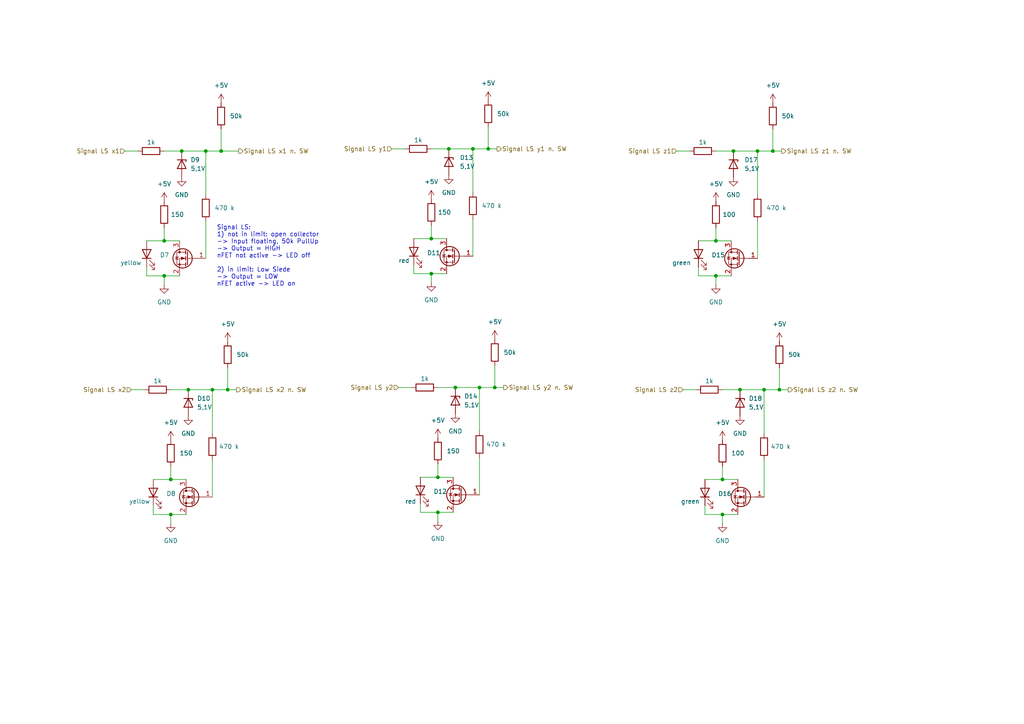
<source format=kicad_sch>
(kicad_sch (version 20231120) (generator "eeschema") (generator_version "8.0")
  (paper "A4")
  (lib_symbols
    (symbol "Device:D_Zener" (pin_numbers hide) (pin_names (offset 1.016) hide)
      (property "Reference" "D" (at 0 2.54 0))
      (property "Value" "D_Zener" (at 0 -2.54 0))
      (symbol "D_Zener_0_1"
        (polyline (pts (xy 1.27 0) (xy -1.27 0)))
        (polyline (pts (xy -1.27 -1.27) (xy -1.27 1.27) (xy -0.762 1.27)) (stroke (width 0.254)))
        (polyline (pts (xy 1.27 -1.27) (xy 1.27 1.27) (xy -1.27 0) (xy 1.27 -1.27)) (stroke (width 0.254)))
      )
      (symbol "D_Zener_1_1"
        (pin passive line (at -3.81 0 0) (length 2.54) (name "K") (number "1"))
        (pin passive line (at 3.81 0 180) (length 2.54) (name "A") (number "2"))
      )
    )
    (symbol "Device:LED" (pin_numbers hide) (pin_names (offset 1.016) hide)
      (property "Reference" "D" (at 0 2.54 0))
      (property "Value" "LED" (at 0 -2.54 0))
      (symbol "LED_0_1"
        (polyline (pts (xy -1.27 -1.27) (xy -1.27 1.27)) (stroke (width 0.254)))
        (polyline (pts (xy -1.27 0) (xy 1.27 0)))
        (polyline (pts (xy 1.27 -1.27) (xy 1.27 1.27) (xy -1.27 0) (xy 1.27 -1.27)) (stroke (width 0.254)))
        (polyline (pts (xy -3.048 -0.762) (xy -4.572 -2.286) (xy -3.81 -2.286) (xy -4.572 -2.286) (xy -4.572 -1.524)))
        (polyline (pts (xy -1.778 -0.762) (xy -3.302 -2.286) (xy -2.54 -2.286) (xy -3.302 -2.286) (xy -3.302 -1.524)))
      )
      (symbol "LED_1_1"
        (pin passive line (at -3.81 0 0) (length 2.54) (name "K") (number "1"))
        (pin passive line (at 3.81 0 180) (length 2.54) (name "A") (number "2"))
      )
    )
    (symbol "Device:Q_NMOS_GSD" (pin_names (offset 0) hide)
      (property "Reference" "Q" (at 5.08 1.27 0))
      (property "Value" "Q_NMOS_GSD" (at 5.08 -1.27 0))
      (symbol "Q_NMOS_GSD_0_1"
        (polyline (pts (xy 0.254 0) (xy -2.54 0)))
        (polyline (pts (xy 0.254 1.905) (xy 0.254 -1.905)) (stroke (width 0.254)))
        (polyline (pts (xy 0.762 -1.27) (xy 0.762 -2.286)) (stroke (width 0.254)))
        (polyline (pts (xy 0.762 0.508) (xy 0.762 -0.508)) (stroke (width 0.254)))
        (polyline (pts (xy 0.762 2.286) (xy 0.762 1.27)) (stroke (width 0.254)))
        (polyline (pts (xy 2.54 2.54) (xy 2.54 1.778)))
        (polyline (pts (xy 2.54 -2.54) (xy 2.54 0) (xy 0.762 0)))
        (polyline (pts (xy 0.762 -1.778) (xy 3.302 -1.778) (xy 3.302 1.778) (xy 0.762 1.778)))
        (polyline (pts (xy 1.016 0) (xy 2.032 0.381) (xy 2.032 -0.381) (xy 1.016 0)) (fill (type outline)))
        (polyline (pts (xy 2.794 0.508) (xy 2.921 0.381) (xy 3.683 0.381) (xy 3.81 0.254)))
        (polyline (pts (xy 3.302 0.381) (xy 2.921 -0.254) (xy 3.683 -0.254) (xy 3.302 0.381)))
        (circle (center 1.651 0) (radius 2.794) (stroke (width 0.254)))
        (circle (center 2.54 -1.778) (radius 0.254) (fill (type outline)))
        (circle (center 2.54 1.778) (radius 0.254) (fill (type outline)))
      )
      (symbol "Q_NMOS_GSD_1_1"
        (pin input line (at -5.08 0 0) (length 2.54) (name "G") (number "1"))
        (pin passive line (at 2.54 -5.08 90) (length 2.54) (name "S") (number "2"))
        (pin passive line (at 2.54 5.08 270) (length 2.54) (name "D") (number "3"))
      )
    )
    (symbol "Device:R" (pin_numbers hide) (pin_names (offset 0))
      (property "Reference" "R" (at 2.032 0 90))
      (property "Value" "R" (at 0 0 90))
      (symbol "R_0_1"
        (rectangle (start -1.016 -2.54) (end 1.016 2.54) (stroke (width 0.254)))
      )
      (symbol "R_1_1"
        (pin passive line (at 0 3.81 270) (length 1.27) (name "~") (number "1"))
        (pin passive line (at 0 -3.81 90) (length 1.27) (name "~") (number "2"))
      )
    )
    (symbol "power:+5V" (power) (pin_names (offset 0))
      (property "Value" "+5V" (at 0 3.556 0))
      (symbol "+5V_0_1"
        (polyline (pts (xy -0.762 1.27) (xy 0 2.54)))
        (polyline (pts (xy 0 0) (xy 0 2.54)))
        (polyline (pts (xy 0 2.54) (xy 0.762 1.27)))
      )
      (symbol "+5V_1_1"
        (pin power_in line (at 0 0 90) (length 0) hide (name "+5V") (number "1"))
      )
    )
    (symbol "power:GND" (power) (pin_names (offset 0))
      (property "Value" "GND" (at 0 -3.81 0))
      (symbol "GND_0_1"
        (polyline (pts (xy 0 0) (xy 0 -1.27) (xy 1.27 -1.27) (xy 0 -2.54) (xy -1.27 -1.27) (xy 0 -1.27)))
      )
      (symbol "GND_1_1"
        (pin power_in line (at 0 0 270) (length 0) hide (name "GND") (number "1"))
      )
    )
  )
  (junction (at 141.605 43.18))
  (junction (at 143.51 112.395))
  (junction (at 214.63 113.03))
  (junction (at 224.155 43.815))
  (junction (at 127 148.59))
  (junction (at 47.625 80.01))
  (junction (at 209.55 149.225))
  (junction (at 139.065 112.395))
  (junction (at 49.53 139.065))
  (junction (at 66.04 113.03))
  (junction (at 54.61 113.03))
  (junction (at 125.095 79.375))
  (junction (at 221.615 113.03))
  (junction (at 209.55 139.065))
  (junction (at 132.08 112.395))
  (junction (at 219.71 43.815))
  (junction (at 64.135 43.815))
  (junction (at 59.69 43.815))
  (junction (at 125.095 69.215))
  (junction (at 49.53 149.225))
  (junction (at 47.625 69.85))
  (junction (at 207.645 69.85))
  (junction (at 61.595 113.03))
  (junction (at 207.645 80.01))
  (junction (at 52.705 43.815))
  (junction (at 127 138.43))
  (junction (at 226.06 113.03))
  (junction (at 130.175 43.18))
  (junction (at 137.16 43.18))
  (junction (at 212.725 43.815))
  (wire (pts (xy 47.625 69.85) (xy 52.07 69.85)))
  (wire (pts (xy 132.08 112.395) (xy 139.065 112.395)))
  (wire (pts (xy 221.615 133.35) (xy 221.615 144.145)))
  (wire (pts (xy 198.12 113.03) (xy 201.93 113.03)))
  (wire (pts (xy 202.565 80.01) (xy 207.645 80.01)))
  (wire (pts (xy 54.61 113.03) (xy 61.595 113.03)))
  (wire (pts (xy 61.595 113.03) (xy 61.595 125.73)))
  (wire (pts (xy 221.615 113.03) (xy 221.615 125.73)))
  (wire (pts (xy 219.71 43.815) (xy 224.155 43.815)))
  (wire (pts (xy 226.06 113.03) (xy 228.6 113.03)))
  (wire (pts (xy 127 138.43) (xy 131.445 138.43)))
  (wire (pts (xy 207.645 66.04) (xy 207.645 69.85)))
  (wire (pts (xy 49.53 151.765) (xy 49.53 149.225)))
  (wire (pts (xy 127 112.395) (xy 132.08 112.395)))
  (wire (pts (xy 47.625 43.815) (xy 52.705 43.815)))
  (wire (pts (xy 207.645 82.55) (xy 207.645 80.01)))
  (wire (pts (xy 125.095 43.18) (xy 130.175 43.18)))
  (wire (pts (xy 47.625 82.55) (xy 47.625 80.01)))
  (wire (pts (xy 120.015 69.215) (xy 125.095 69.215)))
  (wire (pts (xy 44.45 149.225) (xy 49.53 149.225)))
  (wire (pts (xy 125.095 65.405) (xy 125.095 69.215)))
  (wire (pts (xy 120.015 79.375) (xy 125.095 79.375)))
  (wire (pts (xy 125.095 79.375) (xy 129.54 79.375)))
  (wire (pts (xy 202.565 69.85) (xy 207.645 69.85)))
  (wire (pts (xy 42.545 77.47) (xy 42.545 80.01)))
  (wire (pts (xy 64.135 37.465) (xy 64.135 43.815)))
  (wire (pts (xy 125.095 81.915) (xy 125.095 79.375)))
  (wire (pts (xy 121.92 148.59) (xy 127 148.59)))
  (wire (pts (xy 137.16 63.5) (xy 137.16 74.295)))
  (wire (pts (xy 139.065 112.395) (xy 139.065 125.095)))
  (wire (pts (xy 139.065 112.395) (xy 143.51 112.395)))
  (wire (pts (xy 224.155 37.465) (xy 224.155 43.815)))
  (wire (pts (xy 219.71 64.135) (xy 219.71 74.93)))
  (wire (pts (xy 47.625 66.04) (xy 47.625 69.85)))
  (wire (pts (xy 207.645 80.01) (xy 212.09 80.01)))
  (wire (pts (xy 42.545 69.85) (xy 47.625 69.85)))
  (wire (pts (xy 125.095 69.215) (xy 129.54 69.215)))
  (wire (pts (xy 42.545 80.01) (xy 47.625 80.01)))
  (wire (pts (xy 61.595 133.35) (xy 61.595 144.145)))
  (wire (pts (xy 44.45 146.685) (xy 44.45 149.225)))
  (wire (pts (xy 66.04 106.68) (xy 66.04 113.03)))
  (wire (pts (xy 141.605 43.18) (xy 144.145 43.18)))
  (wire (pts (xy 59.69 64.135) (xy 59.69 74.93)))
  (wire (pts (xy 204.47 139.065) (xy 209.55 139.065)))
  (wire (pts (xy 209.55 113.03) (xy 214.63 113.03)))
  (wire (pts (xy 196.215 43.815) (xy 200.025 43.815)))
  (wire (pts (xy 209.55 135.255) (xy 209.55 139.065)))
  (wire (pts (xy 207.645 43.815) (xy 212.725 43.815)))
  (wire (pts (xy 113.665 43.18) (xy 117.475 43.18)))
  (wire (pts (xy 219.71 43.815) (xy 219.71 56.515)))
  (wire (pts (xy 59.69 43.815) (xy 64.135 43.815)))
  (wire (pts (xy 38.1 113.03) (xy 41.91 113.03)))
  (wire (pts (xy 221.615 113.03) (xy 226.06 113.03)))
  (wire (pts (xy 130.175 43.18) (xy 137.16 43.18)))
  (wire (pts (xy 64.135 43.815) (xy 69.215 43.815)))
  (wire (pts (xy 207.645 69.85) (xy 212.09 69.85)))
  (wire (pts (xy 204.47 149.225) (xy 209.55 149.225)))
  (wire (pts (xy 209.55 139.065) (xy 213.995 139.065)))
  (wire (pts (xy 52.705 43.815) (xy 59.69 43.815)))
  (wire (pts (xy 212.725 43.815) (xy 219.71 43.815)))
  (wire (pts (xy 214.63 113.03) (xy 221.615 113.03)))
  (wire (pts (xy 49.53 135.255) (xy 49.53 139.065)))
  (wire (pts (xy 47.625 80.01) (xy 52.07 80.01)))
  (wire (pts (xy 209.55 151.765) (xy 209.55 149.225)))
  (wire (pts (xy 224.155 43.815) (xy 226.695 43.815)))
  (wire (pts (xy 226.06 106.68) (xy 226.06 113.03)))
  (wire (pts (xy 137.16 43.18) (xy 137.16 55.88)))
  (wire (pts (xy 59.69 43.815) (xy 59.69 56.515)))
  (wire (pts (xy 202.565 77.47) (xy 202.565 80.01)))
  (wire (pts (xy 66.04 113.03) (xy 68.58 113.03)))
  (wire (pts (xy 36.195 43.815) (xy 40.005 43.815)))
  (wire (pts (xy 49.53 139.065) (xy 53.975 139.065)))
  (wire (pts (xy 127 151.13) (xy 127 148.59)))
  (wire (pts (xy 137.16 43.18) (xy 141.605 43.18)))
  (wire (pts (xy 49.53 149.225) (xy 53.975 149.225)))
  (wire (pts (xy 121.92 146.05) (xy 121.92 148.59)))
  (wire (pts (xy 44.45 139.065) (xy 49.53 139.065)))
  (wire (pts (xy 143.51 112.395) (xy 146.05 112.395)))
  (wire (pts (xy 139.065 132.715) (xy 139.065 143.51)))
  (wire (pts (xy 204.47 146.685) (xy 204.47 149.225)))
  (wire (pts (xy 115.57 112.395) (xy 119.38 112.395)))
  (wire (pts (xy 141.605 36.83) (xy 141.605 43.18)))
  (wire (pts (xy 127 148.59) (xy 131.445 148.59)))
  (wire (pts (xy 143.51 106.045) (xy 143.51 112.395)))
  (wire (pts (xy 121.92 138.43) (xy 127 138.43)))
  (wire (pts (xy 209.55 149.225) (xy 213.995 149.225)))
  (wire (pts (xy 120.015 76.835) (xy 120.015 79.375)))
  (wire (pts (xy 49.53 113.03) (xy 54.61 113.03)))
  (wire (pts (xy 61.595 113.03) (xy 66.04 113.03)))
  (wire (pts (xy 127 134.62) (xy 127 138.43)))
  (text "Signal LS:\n1) not in limit: open collector \n-> Input floating, 50k PullUp \n-> Output = HIGH\nnFET not active -> LED off\n\n2) in limit: Low Siede\n-> Output = LOW\nnFET active -> LED on" (at 62.865 83.185 0) (effects (font (size 1.27 1.27)) (justify left bottom)))
  (hierarchical_label "Signal LS y1" (shape input) (at 113.665 43.18 180))
  (hierarchical_label "Signal LS z1" (shape input) (at 196.215 43.815 180))
  (hierarchical_label "Signal LS z1 n. SW" (shape output) (at 226.695 43.815 0))
  (hierarchical_label "Signal LS z2 n. SW" (shape output) (at 228.6 113.03 0))
  (hierarchical_label "Signal LS z2" (shape input) (at 198.12 113.03 180))
  (hierarchical_label "Signal LS y1 n. SW" (shape output) (at 144.145 43.18 0))
  (hierarchical_label "Signal LS x2 n. SW" (shape output) (at 68.58 113.03 0))
  (hierarchical_label "Signal LS y2 n. SW" (shape output) (at 146.05 112.395 0))
  (hierarchical_label "Signal LS x1 n. SW" (shape output) (at 69.215 43.815 0))
  (hierarchical_label "Signal LS x2" (shape input) (at 38.1 113.03 180))
  (hierarchical_label "Signal LS x1" (shape input) (at 36.195 43.815 180))
  (hierarchical_label "Signal LS y2" (shape input) (at 115.57 112.395 180))
  (symbol (lib_id "Device:R") (at 143.51 102.235 0) (unit 1)
    (property "Reference" "R29" (effects (hide yes)))
    (property "Value" "50k" (at 146.05 102.2349 0) (effects (justify left)))
    (property "Footprint" "Resistor_SMD:R_1206_3216Metric_Pad1.30x1.75mm_HandSolder" (effects (hide yes)))
  )
  (symbol (lib_id "Device:R") (at 61.595 129.54 0) (unit 1)
    (property "Reference" "R19" (effects (hide yes)))
    (property "Value" "470 k" (at 63.5 129.5399 0) (effects (justify left)))
    (property "Footprint" "Resistor_SMD:R_1206_3216Metric_Pad1.30x1.75mm_HandSolder" (effects (hide yes)))
  )
  (symbol (lib_id "power:+5V") (at 64.135 29.845 0) (unit 1)
    (property "Reference" "#PWR0192" (effects (hide yes)))
    (property "Value" "+5V" (at 64.135 24.765 0))
  )
  (symbol (lib_id "Device:D_Zener") (at 214.63 116.84 270) (unit 1)
    (property "Reference" "D18" (at 217.17 115.5699 90) (effects (justify left)))
    (property "Value" "5,1V" (at 217.17 118.1099 90) (effects (justify left)))
    (property "Footprint" "Diode_SMD:D_SMA_Handsoldering" (effects (hide yes)))
  )
  (symbol (lib_id "Device:Q_NMOS_GSD") (at 214.63 74.93 0) (mirror y) (unit 1)
    (property "Reference" "Q6" (effects (hide yes)))
    (property "Value" "Q_NMOS_GDS" (effects (hide yes)))
    (property "Footprint" "Package_TO_SOT_SMD:SOT-23" (effects (hide yes)))
    (property "Description" "N-MOSFET transistor, gate/source/drain" (effects (hide yes)))
  )
  (symbol (lib_id "Device:R") (at 137.16 59.69 0) (unit 1)
    (property "Reference" "R26" (effects (hide yes)))
    (property "Value" "470 k" (at 139.7 59.6899 0) (effects (justify left)))
    (property "Footprint" "Resistor_SMD:R_1206_3216Metric_Pad1.30x1.75mm_HandSolder" (effects (hide yes)))
  )
  (symbol (lib_id "Device:R") (at 205.74 113.03 90) (unit 1)
    (property "Reference" "R31" (effects (hide yes)))
    (property "Value" "1k" (at 205.74 110.49 90))
    (property "Footprint" "Resistor_SMD:R_1206_3216Metric_Pad1.30x1.75mm_HandSolder" (effects (hide yes)))
  )
  (symbol (lib_id "Device:LED") (at 202.565 73.66 90) (unit 1)
    (property "Reference" "D15" (at 206.375 73.9774 90) (effects (justify right)))
    (property "Value" "green" (at 194.945 76.2 90) (effects (justify right)))
    (property "Footprint" "LED_SMD:LED_0603_1608Metric_Pad1.05x0.95mm_HandSolder" (effects (hide yes)))
  )
  (symbol (lib_id "Device:D_Zener") (at 212.725 47.625 270) (unit 1)
    (property "Reference" "D17" (at 215.9 46.3549 90) (effects (justify left)))
    (property "Value" "5,1V" (at 215.9 48.8949 90) (effects (justify left)))
    (property "Footprint" "Diode_SMD:D_SMA_Handsoldering" (effects (hide yes)))
  )
  (symbol (lib_id "power:GND") (at 132.08 120.015 0) (unit 1)
    (property "Reference" "#PWR0190" (effects (hide yes)))
    (property "Value" "GND" (at 132.08 125.095 0))
  )
  (symbol (lib_id "power:+5V") (at 127 127 0) (unit 1)
    (property "Reference" "#PWR0191" (effects (hide yes)))
    (property "Value" "+5V" (at 127 121.92 0))
  )
  (symbol (lib_id "Device:R") (at 139.065 128.905 0) (unit 1)
    (property "Reference" "R27" (effects (hide yes)))
    (property "Value" "470 k" (at 140.97 128.9049 0) (effects (justify left)))
    (property "Footprint" "Resistor_SMD:R_1206_3216Metric_Pad1.30x1.75mm_HandSolder" (effects (hide yes)))
  )
  (symbol (lib_id "Device:D_Zener") (at 130.175 46.99 270) (unit 1)
    (property "Reference" "D13" (at 133.35 45.7199 90) (effects (justify left)))
    (property "Value" "5,1V" (at 133.35 48.2599 90) (effects (justify left)))
    (property "Footprint" "Diode_SMD:D_SMA_Handsoldering" (effects (hide yes)))
  )
  (symbol (lib_id "Device:R") (at 219.71 60.325 0) (unit 1)
    (property "Reference" "R34" (effects (hide yes)))
    (property "Value" "470 k" (at 222.25 60.3249 0) (effects (justify left)))
    (property "Footprint" "Resistor_SMD:R_1206_3216Metric_Pad1.30x1.75mm_HandSolder" (effects (hide yes)))
  )
  (symbol (lib_id "power:+5V") (at 141.605 29.21 0) (unit 1)
    (property "Reference" "#PWR0198" (effects (hide yes)))
    (property "Value" "+5V" (at 141.605 24.13 0))
  )
  (symbol (lib_id "power:+5V") (at 143.51 98.425 0) (unit 1)
    (property "Reference" "#PWR0187" (effects (hide yes)))
    (property "Value" "+5V" (at 143.51 93.345 0))
  )
  (symbol (lib_id "power:GND") (at 47.625 82.55 0) (unit 1)
    (property "Reference" "#PWR0202" (effects (hide yes)))
    (property "Value" "GND" (at 47.625 87.63 0))
  )
  (symbol (lib_id "power:GND") (at 127 151.13 0) (unit 1)
    (property "Reference" "#PWR0188" (effects (hide yes)))
    (property "Value" "GND" (at 127 156.21 0))
  )
  (symbol (lib_id "Device:R") (at 64.135 33.655 0) (unit 1)
    (property "Reference" "R20" (effects (hide yes)))
    (property "Value" "50k" (at 66.675 33.6549 0) (effects (justify left)))
    (property "Footprint" "Resistor_SMD:R_1206_3216Metric_Pad1.30x1.75mm_HandSolder" (effects (hide yes)))
  )
  (symbol (lib_id "Device:R") (at 224.155 33.655 0) (unit 1)
    (property "Reference" "R36" (effects (hide yes)))
    (property "Value" "50k" (at 226.695 33.6549 0) (effects (justify left)))
    (property "Footprint" "Resistor_SMD:R_1206_3216Metric_Pad1.30x1.75mm_HandSolder" (effects (hide yes)))
  )
  (symbol (lib_id "Device:LED") (at 120.015 73.025 90) (unit 1)
    (property "Reference" "D11" (at 123.825 73.3424 90) (effects (justify right)))
    (property "Value" "red" (at 115.57 75.565 90) (effects (justify right)))
    (property "Footprint" "LED_SMD:LED_0603_1608Metric_Pad1.05x0.95mm_HandSolder" (effects (hide yes)))
  )
  (symbol (lib_id "Device:R") (at 47.625 62.23 0) (unit 1)
    (property "Reference" "R16" (effects (hide yes)))
    (property "Value" "150" (at 49.53 62.2299 0) (effects (justify left)))
    (property "Footprint" "Resistor_SMD:R_1206_3216Metric_Pad1.30x1.75mm_HandSolder" (effects (hide yes)))
  )
  (symbol (lib_id "Device:Q_NMOS_GSD") (at 216.535 144.145 0) (mirror y) (unit 1)
    (property "Reference" "Q7" (effects (hide yes)))
    (property "Value" "Q_NMOS_GDS" (effects (hide yes)))
    (property "Footprint" "Package_TO_SOT_SMD:SOT-23" (effects (hide yes)))
    (property "Description" "N-MOSFET transistor, gate/source/drain" (effects (hide yes)))
  )
  (symbol (lib_id "Device:D_Zener") (at 52.705 47.625 270) (unit 1)
    (property "Reference" "D9" (at 55.245 46.3549 90) (effects (justify left)))
    (property "Value" "5,1V" (at 55.245 48.8949 90) (effects (justify left)))
    (property "Footprint" "Diode_SMD:D_SMA_Handsoldering" (effects (hide yes)))
  )
  (symbol (lib_id "Device:D_Zener") (at 132.08 116.205 270) (unit 1)
    (property "Reference" "D14" (at 134.62 114.9349 90) (effects (justify left)))
    (property "Value" "5,1V" (at 134.62 117.4749 90) (effects (justify left)))
    (property "Footprint" "Diode_SMD:D_SMA_Handsoldering" (effects (hide yes)))
  )
  (symbol (lib_id "power:+5V") (at 125.095 57.785 0) (unit 1)
    (property "Reference" "#PWR0195" (effects (hide yes)))
    (property "Value" "+5V" (at 125.095 52.705 0))
  )
  (symbol (lib_id "Device:Q_NMOS_GSD") (at 54.61 74.93 0) (mirror y) (unit 1)
    (property "Reference" "Q2" (effects (hide yes)))
    (property "Value" "Q_NMOS_GDS" (effects (hide yes)))
    (property "Footprint" "Package_TO_SOT_SMD:SOT-23" (effects (hide yes)))
    (property "Description" "N-MOSFET transistor, gate/source/drain" (effects (hide yes)))
  )
  (symbol (lib_id "power:GND") (at 209.55 151.765 0) (unit 1)
    (property "Reference" "#PWR0183" (effects (hide yes)))
    (property "Value" "GND" (at 209.55 156.845 0))
  )
  (symbol (lib_id "Device:LED") (at 42.545 73.66 90) (unit 1)
    (property "Reference" "D7" (at 46.355 73.9774 90) (effects (justify right)))
    (property "Value" "yellow" (at 34.925 76.2 90) (effects (justify right)))
    (property "Footprint" "LED_SMD:LED_0603_1608Metric_Pad1.05x0.95mm_HandSolder" (effects (hide yes)))
  )
  (symbol (lib_id "Device:LED") (at 204.47 142.875 90) (unit 1)
    (property "Reference" "D16" (at 208.28 143.1924 90) (effects (justify right)))
    (property "Value" "green" (at 197.485 145.415 90) (effects (justify right)))
    (property "Footprint" "LED_SMD:LED_0603_1608Metric_Pad1.05x0.95mm_HandSolder" (effects (hide yes)))
  )
  (symbol (lib_id "Device:Q_NMOS_GSD") (at 56.515 144.145 0) (mirror y) (unit 1)
    (property "Reference" "Q3" (effects (hide yes)))
    (property "Value" "Q_NMOS_GDS" (effects (hide yes)))
    (property "Footprint" "Package_TO_SOT_SMD:SOT-23" (effects (hide yes)))
    (property "Description" "N-MOSFET transistor, gate/source/drain" (effects (hide yes)))
  )
  (symbol (lib_id "power:+5V") (at 49.53 127.635 0) (unit 1)
    (property "Reference" "#PWR0204" (effects (hide yes)))
    (property "Value" "+5V" (at 49.53 122.555 0))
  )
  (symbol (lib_id "Device:R") (at 123.19 112.395 90) (unit 1)
    (property "Reference" "R23" (effects (hide yes)))
    (property "Value" "1k" (at 123.19 109.855 90))
    (property "Footprint" "Resistor_SMD:R_1206_3216Metric_Pad1.30x1.75mm_HandSolder" (effects (hide yes)))
  )
  (symbol (lib_id "Device:D_Zener") (at 54.61 116.84 270) (unit 1)
    (property "Reference" "D10" (at 57.15 115.5699 90) (effects (justify left)))
    (property "Value" "5,1V" (at 57.15 118.1099 90) (effects (justify left)))
    (property "Footprint" "Diode_SMD:D_SMA_Handsoldering" (effects (hide yes)))
  )
  (symbol (lib_id "Device:R") (at 209.55 131.445 0) (unit 1)
    (property "Reference" "R33" (effects (hide yes)))
    (property "Value" "100" (at 212.09 131.4449 0) (effects (justify left)))
    (property "Footprint" "Resistor_SMD:R_1206_3216Metric_Pad1.30x1.75mm_HandSolder" (effects (hide yes)))
  )
  (symbol (lib_id "power:+5V") (at 207.645 58.42 0) (unit 1)
    (property "Reference" "#PWR0199" (effects (hide yes)))
    (property "Value" "+5V" (at 207.645 53.34 0))
  )
  (symbol (lib_id "Device:R") (at 127 130.81 0) (unit 1)
    (property "Reference" "R25" (effects (hide yes)))
    (property "Value" "150" (at 129.54 130.8099 0) (effects (justify left)))
    (property "Footprint" "Resistor_SMD:R_1206_3216Metric_Pad1.30x1.75mm_HandSolder" (effects (hide yes)))
  )
  (symbol (lib_id "power:GND") (at 49.53 151.765 0) (unit 1)
    (property "Reference" "#PWR0203" (effects (hide yes)))
    (property "Value" "GND" (at 49.53 156.845 0))
  )
  (symbol (lib_id "Device:R") (at 207.645 62.23 0) (unit 1)
    (property "Reference" "R32" (effects (hide yes)))
    (property "Value" "100" (at 209.55 62.2299 0) (effects (justify left)))
    (property "Footprint" "Resistor_SMD:R_1206_3216Metric_Pad1.30x1.75mm_HandSolder" (effects (hide yes)))
  )
  (symbol (lib_id "power:GND") (at 130.175 50.8 0) (unit 1)
    (property "Reference" "#PWR0196" (effects (hide yes)))
    (property "Value" "GND" (at 130.175 55.88 0))
  )
  (symbol (lib_id "Device:R") (at 121.285 43.18 90) (unit 1)
    (property "Reference" "R22" (effects (hide yes)))
    (property "Value" "1k" (at 121.285 40.64 90))
    (property "Footprint" "Resistor_SMD:R_1206_3216Metric_Pad1.30x1.75mm_HandSolder" (effects (hide yes)))
  )
  (symbol (lib_id "power:+5V") (at 226.06 99.06 0) (unit 1)
    (property "Reference" "#PWR0182" (effects (hide yes)))
    (property "Value" "+5V" (at 226.06 93.98 0))
  )
  (symbol (lib_id "Device:R") (at 125.095 61.595 0) (unit 1)
    (property "Reference" "R24" (effects (hide yes)))
    (property "Value" "150" (at 127 61.5949 0) (effects (justify left)))
    (property "Footprint" "Resistor_SMD:R_1206_3216Metric_Pad1.30x1.75mm_HandSolder" (effects (hide yes)))
  )
  (symbol (lib_id "power:+5V") (at 209.55 127.635 0) (unit 1)
    (property "Reference" "#PWR0185" (effects (hide yes)))
    (property "Value" "+5V" (at 209.55 122.555 0))
  )
  (symbol (lib_id "Device:R") (at 43.815 43.815 90) (unit 1)
    (property "Reference" "R14" (effects (hide yes)))
    (property "Value" "1k" (at 43.815 41.275 90))
    (property "Footprint" "Resistor_SMD:R_1206_3216Metric_Pad1.30x1.75mm_HandSolder" (effects (hide yes)))
  )
  (symbol (lib_id "power:GND") (at 214.63 120.65 0) (unit 1)
    (property "Reference" "#PWR0186" (effects (hide yes)))
    (property "Value" "GND" (at 214.63 125.73 0))
  )
  (symbol (lib_id "power:+5V") (at 47.625 58.42 0) (unit 1)
    (property "Reference" "#PWR0194" (effects (hide yes)))
    (property "Value" "+5V" (at 47.625 53.34 0))
  )
  (symbol (lib_id "power:GND") (at 207.645 82.55 0) (unit 1)
    (property "Reference" "#PWR0184" (effects (hide yes)))
    (property "Value" "GND" (at 207.645 87.63 0))
  )
  (symbol (lib_id "Device:R") (at 221.615 129.54 0) (unit 1)
    (property "Reference" "R35" (effects (hide yes)))
    (property "Value" "470 k" (at 223.52 129.5399 0) (effects (justify left)))
    (property "Footprint" "Resistor_SMD:R_1206_3216Metric_Pad1.30x1.75mm_HandSolder" (effects (hide yes)))
  )
  (symbol (lib_id "Device:R") (at 59.69 60.325 0) (unit 1)
    (property "Reference" "R18" (effects (hide yes)))
    (property "Value" "470 k" (at 62.23 60.3249 0) (effects (justify left)))
    (property "Footprint" "Resistor_SMD:R_1206_3216Metric_Pad1.30x1.75mm_HandSolder" (effects (hide yes)))
  )
  (symbol (lib_id "Device:R") (at 66.04 102.87 0) (unit 1)
    (property "Reference" "R21" (effects (hide yes)))
    (property "Value" "50k" (at 68.58 102.8699 0) (effects (justify left)))
    (property "Footprint" "Resistor_SMD:R_1206_3216Metric_Pad1.30x1.75mm_HandSolder" (effects (hide yes)))
  )
  (symbol (lib_id "power:GND") (at 54.61 120.65 0) (unit 1)
    (property "Reference" "#PWR0205" (effects (hide yes)))
    (property "Value" "GND" (at 54.61 125.73 0))
  )
  (symbol (lib_id "Device:R") (at 226.06 102.87 0) (unit 1)
    (property "Reference" "R37" (effects (hide yes)))
    (property "Value" "50k" (at 228.6 102.8699 0) (effects (justify left)))
    (property "Footprint" "Resistor_SMD:R_1206_3216Metric_Pad1.30x1.75mm_HandSolder" (effects (hide yes)))
  )
  (symbol (lib_id "Device:LED") (at 44.45 142.875 90) (unit 1)
    (property "Reference" "D8" (at 48.26 143.1924 90) (effects (justify right)))
    (property "Value" "yellow" (at 37.465 145.415 90) (effects (justify right)))
    (property "Footprint" "LED_SMD:LED_0603_1608Metric_Pad1.05x0.95mm_HandSolder" (effects (hide yes)))
  )
  (symbol (lib_id "power:GND") (at 125.095 81.915 0) (unit 1)
    (property "Reference" "#PWR0189" (effects (hide yes)))
    (property "Value" "GND" (at 125.095 86.995 0))
  )
  (symbol (lib_id "Device:Q_NMOS_GSD") (at 133.985 143.51 0) (mirror y) (unit 1)
    (property "Reference" "Q5" (effects (hide yes)))
    (property "Value" "Q_NMOS_GDS" (effects (hide yes)))
    (property "Footprint" "Package_TO_SOT_SMD:SOT-23" (effects (hide yes)))
    (property "Description" "N-MOSFET transistor, gate/source/drain" (effects (hide yes)))
  )
  (symbol (lib_id "Device:R") (at 45.72 113.03 90) (unit 1)
    (property "Reference" "R15" (effects (hide yes)))
    (property "Value" "1k" (at 45.72 110.49 90))
    (property "Footprint" "Resistor_SMD:R_1206_3216Metric_Pad1.30x1.75mm_HandSolder" (effects (hide yes)))
  )
  (symbol (lib_id "power:+5V") (at 66.04 99.06 0) (unit 1)
    (property "Reference" "#PWR0201" (effects (hide yes)))
    (property "Value" "+5V" (at 66.04 93.98 0))
  )
  (symbol (lib_id "Device:Q_NMOS_GSD") (at 132.08 74.295 0) (mirror y) (unit 1)
    (property "Reference" "Q4" (effects (hide yes)))
    (property "Value" "Q_NMOS_GDS" (effects (hide yes)))
    (property "Footprint" "Package_TO_SOT_SMD:SOT-23" (effects (hide yes)))
    (property "Description" "N-MOSFET transistor, gate/source/drain" (effects (hide yes)))
  )
  (symbol (lib_id "power:GND") (at 212.725 51.435 0) (unit 1)
    (property "Reference" "#PWR0200" (effects (hide yes)))
    (property "Value" "GND" (at 212.725 56.515 0))
  )
  (symbol (lib_id "power:+5V") (at 224.155 29.845 0) (unit 1)
    (property "Reference" "#PWR0197" (effects (hide yes)))
    (property "Value" "+5V" (at 224.155 24.765 0))
  )
  (symbol (lib_id "Device:R") (at 141.605 33.02 0) (unit 1)
    (property "Reference" "R28" (effects (hide yes)))
    (property "Value" "50k" (at 144.145 33.0199 0) (effects (justify left)))
    (property "Footprint" "Resistor_SMD:R_1206_3216Metric_Pad1.30x1.75mm_HandSolder" (effects (hide yes)))
  )
  (symbol (lib_id "Device:R") (at 203.835 43.815 90) (unit 1)
    (property "Reference" "R30" (effects (hide yes)))
    (property "Value" "1k" (at 203.835 41.275 90))
    (property "Footprint" "Resistor_SMD:R_1206_3216Metric_Pad1.30x1.75mm_HandSolder" (effects (hide yes)))
  )
  (symbol (lib_id "Device:LED") (at 121.92 142.24 90) (unit 1)
    (property "Reference" "D12" (at 125.73 142.5574 90) (effects (justify right)))
    (property "Value" "red" (at 117.475 145.415 90) (effects (justify right)))
    (property "Footprint" "LED_SMD:LED_0603_1608Metric_Pad1.05x0.95mm_HandSolder" (effects (hide yes)))
  )
  (symbol (lib_id "Device:R") (at 49.53 131.445 0) (unit 1)
    (property "Reference" "R17" (effects (hide yes)))
    (property "Value" "150" (at 52.07 131.4449 0) (effects (justify left)))
    (property "Footprint" "Resistor_SMD:R_1206_3216Metric_Pad1.30x1.75mm_HandSolder" (effects (hide yes)))
  )
  (symbol (lib_id "power:GND") (at 52.705 51.435 0) (unit 1)
    (property "Reference" "#PWR0193" (effects (hide yes)))
    (property "Value" "GND" (at 52.705 56.515 0))
  )
)
</source>
